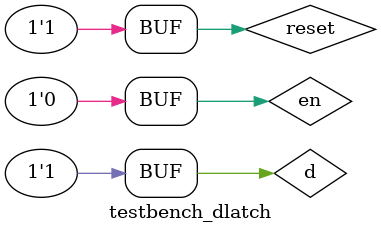
<source format=v>
module testbench_dlatch;

reg en;
reg reset;
reg d;

wire q;
 
 Dlatch uut(
				.en(en),
				.d(d),
				.reset(reset),
				.q(q)
				);
				
      initial
       begin
		 
		  en=1'b0; reset=1'b0; d=1'b1;
		   #10
			 en=1'b1; reset=1'b1; d=1'b0;
			 #10
			  en=1'b0; reset=1'b1; d=1'b1;
		  
end
endmodule

</source>
